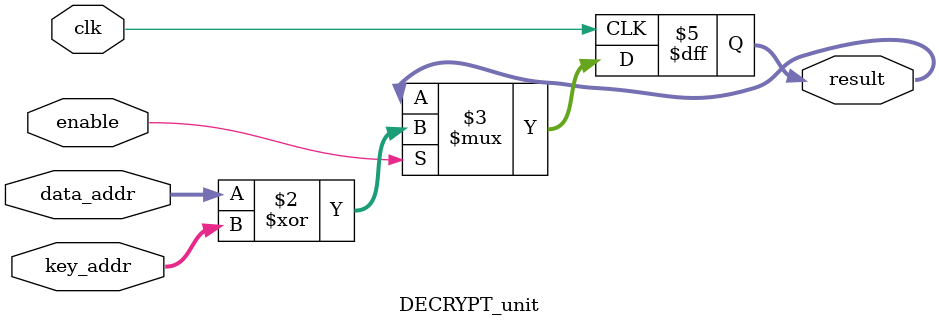
<source format=v>
`timescale 1ns / 1ps


module cpu(
    input clk, rst,
    input [13:0]address, // depth
    input [18:0]data, // data width 19bit
    input we // write enable
    );
    
    // internal signal ports
    wire [18:0]pc;
    wire [18:0]pc_next;
    wire [18:0]instruction;
    wire [18:0]alu_result;
    wire [18:0]write_data_r;
    wire [18:0]mem_data_read;
    wire [18:0]read_data1;
    wire [18:0]read_data2;
    wire [18:0]sp_r;
    wire [18:0]alu_op;
    wire mem_to_r, mem_write, mem_read, alu_src, r_write, zero_flag, branch_c;
    wire [2:0]pc_sel;
    wire [1:0]sp_sel;
    wire d_fft, d_encrypt, d_decrypt;
    
    reg [18:0]pc_r;
    always@(posedge clk or posedge rst)
    begin
    if(rst)
    begin
    pc_r <= 0;
    end
    else
    begin
    pc_r <= pc_next;
    end
    end
    
    assign pc = pc_r; // program counter
    
    wire [18:0]pc_p1;
    assign pc_p1 = pc_r + 1;
    wire [18:0]jump_addr;
    assign jump_addr = {5'd0,instruction[13:0]};
    wire [18:0]branch_addr;
    assign branch_addr = pc_p1 + {{11{instruction[7]}}, instruction[7:0]};
    assign pc_next = (pc_sel == 3'd1 && branch_c) ? branch_addr : (pc_sel == 3'd2) ? jump_addr : (pc_sel == 3'd3) ? mem_data_read : pc_p1;
    
    reg [18:0]internal_sp_r;
    assign sp_r = internal_sp_r;
    
    always@(posedge clk or posedge rst)
    begin
    if(rst)
    begin
    internal_sp_r <= 19'd32767;
    end
    else
    begin
    case(sp_sel)
    2'd1: internal_sp_r <= internal_sp_r - 1;
    2'd2: internal_sp_r <= internal_sp_r + 1;
    default: internal_sp_r <= internal_sp_r;
    endcase
    end
    end
    
    wire [18:0]alu_b_operand = alu_src ? {{8{instruction[10]}}, instruction[10:0]} : read_data2;
    wire [13:0]data_mem_addr = (pc_sel == 3'd3) ? sp_r[13:0] : alu_result[13:0];
    wire [18:0]data_mem_write_data = (sp_sel == 2'd1) ? pc_p1 : read_data1;
    assign write_data_r = mem_to_r ? data_mem_read_data : alu_result;
    wire [18:0]fft_result, encrypt_result, decrypt_result;
    //module instantiations
    memory inst(.clk(clk), .address(pc[13:0]), .write_data(19'h0), .mem_read(1'b1), .mem_write(1'b0), .read_data(instruction), .prog_addr(address), .prog_data(data), .prog_we(we));
    control_unit ctrl(.opcode(instruction[18:14]), .zero(zero_flag), .mem_to_r(mem_to_r), .mem_write(mem_write), .mem_read(mem_read), .branch_c(branch_c), .alu_src(alu_src), .r_write(r_write), .pc_sel(pc_sel), .alu_op(alu_op), .sp_sel(sp_sel), .do_fft(d_fft), .do_encrypt(d_encrypt), .do_decrypt(d_decrypt));
    register_file rest(.clk(clk), .rst(rst), .write_enable(r_write), .read_r1(instruction[10:8]), .read_r2(instruction[7:5]), .write_r(instruction[13:11]), .write_data(write_data_r), .read_data1(read_data1), .read_data2(read_data2));
    alu_unit alu(.A(read_data1), .B(alu_b_operand), .opcode(alu_op), .result(alu_result), .zero(zero_flag));
    memory data1(.clk(clk), .address(data_mem_addr), .write_data(data_mem_write_data), .mem_read(mem_read), .mem_write(mem_write), .read_data(data_mem_read_data), .prog_addr(14'd0), .prog_data(19'd0), .prog_we(1'b0));
    FFT_unit f(.clk(clk), .enable(d_fft), .in_addr(read_data1), .out_addr(read_data2), .result(fft_result));
    ENCRYPT_unit en(.clk(clk), .enable(d_encrypt), .data_addr(read_data1), .key_addr(read_data2), .result(encrypt_result));
    DECRYPT_unit de(.clk(clk), .enable(d_decrypt), .data_addr(read_data1), .key_addr(read_data2), .result(decrypt_result));
    
endmodule

module FFT_unit(
   input clk, enable,
   input [18:0]in_addr, out_addr,
   output reg [18:0]result
   );
   
   always@(posedge clk)
   begin
   if(enable)
   begin
   result <= in_addr + out_addr;
   end
   end
endmodule

module ENCRYPT_unit(
  input clk, enable,
  input [18:0]data_addr, key_addr,
  output reg [18:0]result
  );   
  
  always@(posedge clk)
  begin
  if(enable)
  begin
  result <= data_addr ^ key_addr;
  end
  end
endmodule

module DECRYPT_unit(
  input clk, enable,
  input [18:0]data_addr, key_addr,
  output reg [18:0]result
  );   
  
  always@(posedge clk)
  begin
  if(enable)
  begin
  result <= data_addr ^ key_addr;
  end
  end
endmodule  

</source>
